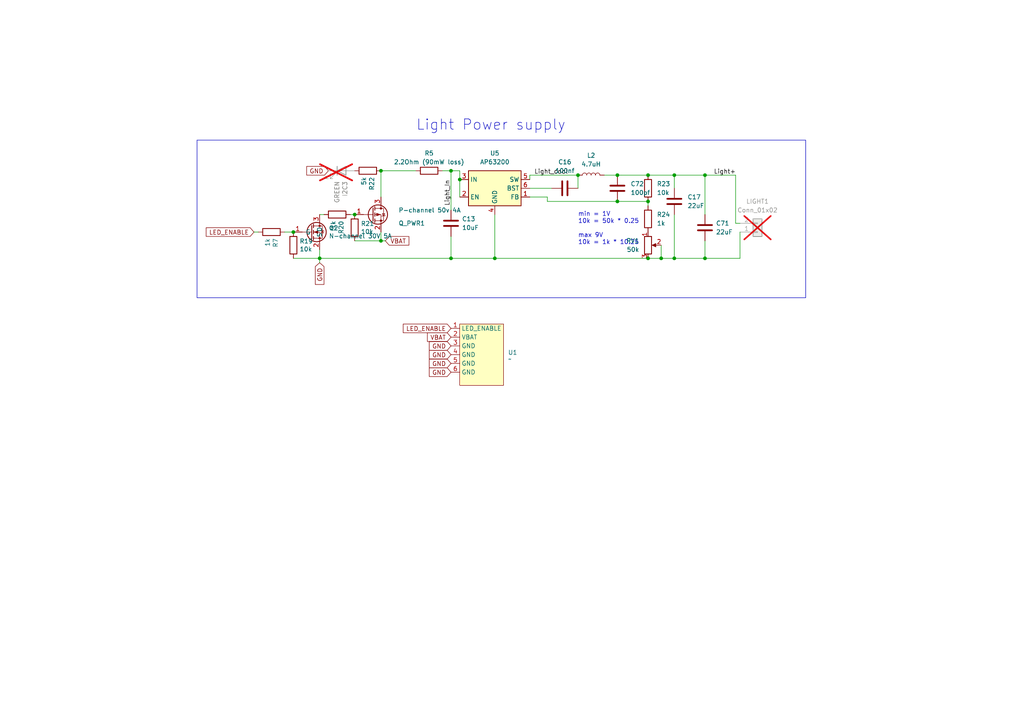
<source format=kicad_sch>
(kicad_sch (version 20250114) (generator "eeschema") (generator_version "9.0")
  (paper "A4")
  (lib_symbols
    (symbol "Connector_Generic:Conn_01x02" (pin_names (offset 1.016) (hide yes))
      (property "Reference" "J" (at 0 2.54 0))
      (property "Value" "Conn_01x02" (at 0 -5.08 0))
      (symbol "Conn_01x02_1_1"
        (rectangle (start -1.27 1.27) (end 1.27 -3.81) (stroke (width 0.254)) (fill (type background)))
        (rectangle (start -1.27 0.127) (end 0 -0.127) (stroke (width 0.1524)))
        (rectangle (start -1.27 -2.413) (end 0 -2.667) (stroke (width 0.1524)))
        (pin passive line (at -5.08 0 0) (length 3.81) (name "Pin_1") (number "1"))
        (pin passive line (at -5.08 -2.54 0) (length 3.81) (name "Pin_2") (number "2"))
      )
    )
    (symbol "Device:C" (pin_numbers (hide yes)) (pin_names (offset 0.254))
      (property "Reference" "C" (at 0.635 2.54 0))
      (property "Value" "C" (at 0.635 -2.54 0))
      (symbol "C_0_1"
        (polyline (pts (xy -2.032 0.762) (xy 2.032 0.762)) (stroke (width 0.508)))
        (polyline (pts (xy -2.032 -0.762) (xy 2.032 -0.762)) (stroke (width 0.508)))
      )
      (symbol "C_1_1"
        (pin passive line (at 0 3.81 270) (length 2.794) (name "~") (number "1"))
        (pin passive line (at 0 -3.81 90) (length 2.794) (name "~") (number "2"))
      )
    )
    (symbol "Device:L" (pin_numbers (hide yes)) (pin_names (offset 1.016) (hide yes))
      (property "Reference" "L" (at -1.27 0 90))
      (property "Value" "L" (at 1.905 0 90))
      (symbol "L_0_1"
        (arc (start 0 2.54) (mid 0.6323 1.905) (end 0 1.27))
        (arc (start 0 1.27) (mid 0.6323 0.635) (end 0 0))
        (arc (start 0 0) (mid 0.6323 -0.635) (end 0 -1.27))
        (arc (start 0 -1.27) (mid 0.6323 -1.905) (end 0 -2.54))
      )
      (symbol "L_1_1"
        (pin passive line (at 0 3.81 270) (length 1.27) (name "1") (number "1"))
        (pin passive line (at 0 -3.81 90) (length 1.27) (name "2") (number "2"))
      )
    )
    (symbol "Device:LED" (pin_numbers (hide yes)) (pin_names (offset 1.016) (hide yes))
      (property "Reference" "D" (at 0 2.54 0))
      (property "Value" "LED" (at 0 -2.54 0))
      (symbol "LED_0_1"
        (polyline (pts (xy -3.048 -0.762) (xy -4.572 -2.286) (xy -3.81 -2.286) (xy -4.572 -2.286) (xy -4.572 -1.524)))
        (polyline (pts (xy -1.778 -0.762) (xy -3.302 -2.286) (xy -2.54 -2.286) (xy -3.302 -2.286) (xy -3.302 -1.524)))
        (polyline (pts (xy -1.27 0) (xy 1.27 0)))
        (polyline (pts (xy -1.27 -1.27) (xy -1.27 1.27)) (stroke (width 0.254)))
        (polyline (pts (xy 1.27 -1.27) (xy 1.27 1.27) (xy -1.27 0) (xy 1.27 -1.27)) (stroke (width 0.254)))
      )
      (symbol "LED_1_1"
        (pin passive line (at -3.81 0 0) (length 2.54) (name "K") (number "1"))
        (pin passive line (at 3.81 0 180) (length 2.54) (name "A") (number "2"))
      )
    )
    (symbol "Device:R" (pin_numbers (hide yes)) (pin_names (offset 0))
      (property "Reference" "R" (at 2.032 0 90))
      (property "Value" "R" (at 0 0 90))
      (symbol "R_0_1"
        (rectangle (start -1.016 -2.54) (end 1.016 2.54) (stroke (width 0.254)))
      )
      (symbol "R_1_1"
        (pin passive line (at 0 3.81 270) (length 1.27) (name "~") (number "1"))
        (pin passive line (at 0 -3.81 90) (length 1.27) (name "~") (number "2"))
      )
    )
    (symbol "Device:R_Potentiometer" (pin_names (offset 1.016) (hide yes))
      (property "Reference" "RV" (at -4.445 0 90))
      (property "Value" "R_Potentiometer" (at -2.54 0 90))
      (symbol "R_Potentiometer_0_1"
        (rectangle (start 1.016 2.54) (end -1.016 -2.54) (stroke (width 0.254)))
        (polyline (pts (xy 1.143 0) (xy 2.286 0.508) (xy 2.286 -0.508) (xy 1.143 0)) (fill (type outline)))
        (polyline (pts (xy 2.54 0) (xy 1.524 0)))
      )
      (symbol "R_Potentiometer_1_1"
        (pin passive line (at 0 3.81 270) (length 1.27) (name "1") (number "1"))
        (pin passive line (at 0 -3.81 90) (length 1.27) (name "3") (number "3"))
        (pin passive line (at 3.81 0 180) (length 1.27) (name "2") (number "2"))
      )
    )
    (symbol "ESP32-DEVKITC-32D:SL2300" (pin_names (offset 1.016))
      (property "Reference" "Q" (at 0 0 0))
      (property "Value" "SL2300" (at 7.62 0 0))
      (symbol "SL2300_1_1"
        (polyline (pts (xy -1.016 1.905) (xy -1.016 -1.905)) (stroke (width 0.254)))
        (polyline (pts (xy -1.016 0) (xy -3.81 0)))
        (polyline (pts (xy -0.508 2.286) (xy -0.508 1.27)) (stroke (width 0.254)))
        (polyline (pts (xy -0.508 0.508) (xy -0.508 -0.508)) (stroke (width 0.254)))
        (polyline (pts (xy -0.508 -1.27) (xy -0.508 -2.286)) (stroke (width 0.254)))
        (polyline (pts (xy -0.508 -1.778) (xy 2.032 -1.778) (xy 2.032 1.778) (xy -0.508 1.778)))
        (polyline (pts (xy -0.254 0) (xy 0.762 0.381) (xy 0.762 -0.381) (xy -0.254 0)) (fill (type outline)))
        (circle (center 0.381 0) (radius 2.794) (stroke (width 0.254)))
        (polyline (pts (xy 1.27 2.54) (xy 1.27 1.778)))
        (circle (center 1.27 1.778) (radius 0.254) (fill (type outline)))
        (circle (center 1.27 -1.778) (radius 0.254) (fill (type outline)))
        (polyline (pts (xy 1.27 -2.54) (xy 1.27 0) (xy -0.508 0)))
        (polyline (pts (xy 1.524 0.508) (xy 1.651 0.381) (xy 2.413 0.381) (xy 2.54 0.254)))
        (polyline (pts (xy 2.032 0.381) (xy 1.651 -0.254) (xy 2.413 -0.254) (xy 2.032 0.381)))
        (pin input line (at -6.35 0 0) (length 2.54) (name "G") (number "1"))
        (pin passive line (at 1.27 5.08 270) (length 2.54) (name "D") (number "3"))
        (pin passive line (at 1.27 -5.08 90) (length 2.54) (name "S") (number "2"))
      )
    )
    (symbol "Modules:LightPowerSupply"
      (property "Reference" "U" (at 0 0 0))
      (symbol "LightPowerSupply_1_1"
        (rectangle (start -6.35 -1.27) (end 6.35 -19.05) (fill (type background)))
        (pin input line (at -8.89 -2.54 0) (length 2.54) (name "LED_ENABLE") (number "1"))
        (pin power_in line (at -8.89 -5.08 0) (length 2.54) (name "VBAT") (number "2"))
        (pin input line (at -8.89 -7.62 0) (length 2.54) (name "GND") (number "3"))
        (pin input line (at -8.89 -10.16 0) (length 2.54) (name "GND") (number "4"))
        (pin input line (at -8.89 -12.7 0) (length 2.54) (name "GND") (number "5"))
        (pin input line (at -8.89 -15.24 0) (length 2.54) (name "GND") (number "6"))
      )
    )
    (symbol "Regulator_Switching:AP63205WU"
      (property "Reference" "U" (at -7.62 6.35 0))
      (property "Value" "AP63205WU" (at 2.54 6.35 0))
      (symbol "AP63205WU_0_1"
        (rectangle (start -7.62 5.08) (end 7.62 -5.08) (stroke (width 0.254)) (fill (type background)))
      )
      (symbol "AP63205WU_1_1"
        (pin power_in line (at -10.16 2.54 0) (length 2.54) (name "IN") (number "3"))
        (pin input line (at -10.16 -2.54 0) (length 2.54) (name "EN") (number "2"))
        (pin power_in line (at 0 -7.62 90) (length 2.54) (name "GND") (number "4"))
        (pin output line (at 10.16 2.54 180) (length 2.54) (name "SW") (number "5"))
        (pin passive line (at 10.16 0 180) (length 2.54) (name "BST") (number "6"))
        (pin input line (at 10.16 -2.54 180) (length 2.54) (name "FB") (number "1"))
      )
    )
    (symbol "Transistor_FET:BSS84" (pin_names (hide yes))
      (property "Reference" "Q" (at 5.08 1.905 0))
      (property "Value" "BSS84" (at 5.08 0 0))
      (symbol "BSS84_0_1"
        (polyline (pts (xy 0.254 1.905) (xy 0.254 -1.905)) (stroke (width 0.254)))
        (polyline (pts (xy 0.254 0) (xy -2.54 0)))
        (polyline (pts (xy 0.762 2.286) (xy 0.762 1.27)) (stroke (width 0.254)))
        (polyline (pts (xy 0.762 1.778) (xy 3.302 1.778) (xy 3.302 -1.778) (xy 0.762 -1.778)))
        (polyline (pts (xy 0.762 0.508) (xy 0.762 -0.508)) (stroke (width 0.254)))
        (polyline (pts (xy 0.762 -1.27) (xy 0.762 -2.286)) (stroke (width 0.254)))
        (circle (center 1.651 0) (radius 2.794) (stroke (width 0.254)))
        (polyline (pts (xy 2.286 0) (xy 1.27 0.381) (xy 1.27 -0.381) (xy 2.286 0)) (fill (type outline)))
        (polyline (pts (xy 2.54 2.54) (xy 2.54 1.778)))
        (circle (center 2.54 1.778) (radius 0.254) (fill (type outline)))
        (circle (center 2.54 -1.778) (radius 0.254) (fill (type outline)))
        (polyline (pts (xy 2.54 -2.54) (xy 2.54 0) (xy 0.762 0)))
        (polyline (pts (xy 2.794 -0.508) (xy 2.921 -0.381) (xy 3.683 -0.381) (xy 3.81 -0.254)))
        (polyline (pts (xy 3.302 -0.381) (xy 2.921 0.254) (xy 3.683 0.254) (xy 3.302 -0.381)))
      )
      (symbol "BSS84_1_1"
        (pin input line (at -5.08 0 0) (length 2.54) (name "G") (number "1"))
        (pin passive line (at 2.54 5.08 270) (length 2.54) (name "D") (number "3"))
        (pin passive line (at 2.54 -5.08 90) (length 2.54) (name "S") (number "2"))
      )
    )
  )
  (rectangle (start 57.15 40.64) (end 233.68 86.36))
  (text "min = 1V\n10k = 50k * 0.25\n\nmax 9V\n10k = 1k * 10.25" (at 167.64 71.12 0) (effects (font (size 1.27 1.27)) (justify left bottom)))
  (text "Light Power supply" (at 120.65 38.1 0) (effects (font (size 3 3)) (justify left bottom)))
  (junction (at 191.77 74.93))
  (junction (at 130.81 49.53))
  (junction (at 187.96 74.93))
  (junction (at 195.58 50.8))
  (junction (at 102.87 62.23))
  (junction (at 130.81 74.93))
  (junction (at 92.71 74.93))
  (junction (at 85.09 67.31))
  (junction (at 167.64 50.8))
  (junction (at 195.58 74.93))
  (junction (at 187.96 50.8))
  (junction (at 179.07 58.42))
  (junction (at 204.47 50.8))
  (junction (at 110.49 49.53))
  (junction (at 110.49 69.85))
  (junction (at 204.47 74.93))
  (junction (at 187.96 58.42))
  (junction (at 133.35 52.07))
  (junction (at 143.51 74.93))
  (junction (at 179.07 50.8))
  (wire (pts (xy 110.49 49.53) (xy 110.49 57.15)))
  (wire (pts (xy 187.96 74.93) (xy 191.77 74.93)))
  (wire (pts (xy 110.49 69.85) (xy 110.49 67.31)))
  (wire (pts (xy 191.77 71.12) (xy 191.77 74.93)))
  (wire (pts (xy 204.47 74.93) (xy 214.63 74.93)))
  (wire (pts (xy 153.67 57.15) (xy 158.75 57.15)))
  (wire (pts (xy 153.67 50.8) (xy 167.64 50.8)))
  (wire (pts (xy 153.67 52.07) (xy 153.67 50.8)))
  (wire (pts (xy 130.81 74.93) (xy 143.51 74.93)))
  (wire (pts (xy 102.87 69.85) (xy 110.49 69.85)))
  (wire (pts (xy 195.58 74.93) (xy 204.47 74.93)))
  (wire (pts (xy 143.51 74.93) (xy 187.96 74.93)))
  (wire (pts (xy 128.27 49.53) (xy 130.81 49.53)))
  (wire (pts (xy 130.81 68.58) (xy 130.81 74.93)))
  (wire (pts (xy 130.81 49.53) (xy 130.81 60.96)))
  (wire (pts (xy 101.6 62.23) (xy 102.87 62.23)))
  (wire (pts (xy 204.47 50.8) (xy 213.36 50.8)))
  (wire (pts (xy 110.49 49.53) (xy 120.65 49.53)))
  (wire (pts (xy 133.35 52.07) (xy 133.35 57.15)))
  (wire (pts (xy 92.71 74.93) (xy 130.81 74.93)))
  (wire (pts (xy 167.64 50.8) (xy 167.64 54.61)))
  (wire (pts (xy 175.26 50.8) (xy 179.07 50.8)))
  (wire (pts (xy 195.58 50.8) (xy 204.47 50.8)))
  (wire (pts (xy 130.81 49.53) (xy 133.35 49.53)))
  (wire (pts (xy 93.98 62.23) (xy 92.71 62.23)))
  (wire (pts (xy 153.67 54.61) (xy 160.02 54.61)))
  (wire (pts (xy 213.36 64.77) (xy 213.36 50.8)))
  (wire (pts (xy 158.75 58.42) (xy 179.07 58.42)))
  (wire (pts (xy 214.63 64.77) (xy 213.36 64.77)))
  (wire (pts (xy 204.47 69.85) (xy 204.47 74.93)))
  (wire (pts (xy 195.58 62.23) (xy 195.58 74.93)))
  (wire (pts (xy 204.47 50.8) (xy 204.47 62.23)))
  (wire (pts (xy 143.51 74.93) (xy 143.51 62.23)))
  (wire (pts (xy 158.75 57.15) (xy 158.75 58.42)))
  (wire (pts (xy 133.35 52.07) (xy 133.35 49.53)))
  (wire (pts (xy 179.07 50.8) (xy 187.96 50.8)))
  (wire (pts (xy 110.49 69.85) (xy 111.76 69.85)))
  (wire (pts (xy 187.96 58.42) (xy 187.96 59.69)))
  (wire (pts (xy 179.07 58.42) (xy 187.96 58.42)))
  (wire (pts (xy 92.71 74.93) (xy 92.71 76.2)))
  (wire (pts (xy 85.09 74.93) (xy 92.71 74.93)))
  (wire (pts (xy 214.63 74.93) (xy 214.63 67.31)))
  (wire (pts (xy 73.66 67.31) (xy 74.93 67.31)))
  (wire (pts (xy 82.55 67.31) (xy 85.09 67.31)))
  (wire (pts (xy 92.71 74.93) (xy 92.71 72.39)))
  (wire (pts (xy 195.58 50.8) (xy 195.58 54.61)))
  (wire (pts (xy 191.77 74.93) (xy 195.58 74.93)))
  (wire (pts (xy 187.96 50.8) (xy 195.58 50.8)))
  (label "Light+" (at 207.01 50.8 0))
  (label "Light_In" (at 130.81 59.69 90))
  (label "Light_cool" (at 154.94 50.8 0))
  (global_label "VBAT" (shape input) (at 130.81 97.79 180) (property "Intersheetrefs" "${INTERSHEET_REFS}" (effects (hide yes))))
  (global_label "GND" (shape input) (at 130.81 107.95 180) (property "Intersheetrefs" "${INTERSHEET_REFS}" (effects (hide yes))))
  (global_label "LED_ENABLE" (shape input) (at 130.81 95.25 180) (property "Intersheetrefs" "${INTERSHEET_REFS}" (effects (hide yes))))
  (global_label "LED_ENABLE" (shape input) (at 73.66 67.31 180) (property "Intersheetrefs" "${INTERSHEET_REFS}" (effects (hide yes))))
  (global_label "VBAT" (shape input) (at 111.76 69.85 0) (property "Intersheetrefs" "${INTERSHEET_REFS}" (effects (hide yes))))
  (global_label "GND" (shape input) (at 130.81 105.41 180) (property "Intersheetrefs" "${INTERSHEET_REFS}" (effects (hide yes))))
  (global_label "GND" (shape input) (at 92.71 76.2 270) (property "Intersheetrefs" "${INTERSHEET_REFS}" (effects (hide yes))))
  (global_label "GND" (shape input) (at 130.81 100.33 180) (property "Intersheetrefs" "${INTERSHEET_REFS}" (effects (hide yes))))
  (global_label "GND" (shape input) (at 130.81 102.87 180) (property "Intersheetrefs" "${INTERSHEET_REFS}" (effects (hide yes))))
  (global_label "GND" (shape input) (at 95.25 49.53 180) (property "Intersheetrefs" "${INTERSHEET_REFS}" (effects (hide yes))))
  (symbol (lib_id "Device:R") (at 187.96 63.5 0) (unit 1)
    (property "Reference" "R24" (at 190.5 62.23 0) (effects (justify left)))
    (property "Value" "1k" (at 190.5 64.77 0) (effects (justify left)))
    (property "Footprint" "Resistor_SMD:R_0603_1608Metric" (effects (hide yes)))
    (property "LCSC_PART_NUMBER" "C95781" (effects (hide yes)))
  )
  (symbol (lib_id "Device:L") (at 171.45 50.8 90) (unit 1)
    (property "Reference" "L2" (at 171.45 45.085 90))
    (property "Value" "4.7uH" (at 171.45 47.625 90))
    (property "Footprint" "Inductor_SMD:L_1210_3225Metric" (effects (hide yes)))
    (property "Datasheet" "http://www.yuden.co.jp/cs/" (effects (hide yes)))
    (property "LCSC_PART_NUMBER" "C520271" (effects (hide yes)))
  )
  (symbol (lib_id "Modules:LightPowerSupply") (at 139.7 92.71 0) (unit 1)
    (property "Reference" "U1" (at 147.32 102.2349 0) (effects (justify left)))
    (property "Value" "~" (at 147.32 104.14 0) (effects (justify left)))
    (property "Footprint" "Modules:LightPower" (effects (hide yes)))
  )
  (symbol (lib_id "Device:C") (at 204.47 66.04 0) (unit 1)
    (property "Reference" "C71" (at 207.645 64.7699 0) (effects (justify left)))
    (property "Value" "22uF" (at 207.645 67.3099 0) (effects (justify left)))
    (property "Footprint" "PCM_Capacitor_SMD_Handsoldering_AKL:C_0805_2012Metric_Pad1.18x1.45mm" (effects (hide yes)))
    (property "LCSC_PART_NUMBER" "C45783" (effects (hide yes)))
  )
  (symbol (lib_id "Device:R") (at 124.46 49.53 90) (unit 1)
    (property "Reference" "R5" (at 124.46 44.45 90))
    (property "Value" "2.2Ohm (90mW loss)" (at 124.46 46.99 90))
    (property "Footprint" "Resistor_SMD:R_0603_1608Metric" (effects (hide yes)))
    (property "LCSC" "C17513" (effects (hide yes)))
    (property "LCSC_PART_NUMBER" "C2930032" (effects (hide yes)))
  )
  (symbol (lib_id "Device:R_Potentiometer") (at 187.96 71.12 0) (unit 1)
    (property "Reference" "RV1" (at 185.42 69.85 0) (effects (justify right)))
    (property "Value" "50k" (at 185.42 72.39 0) (effects (justify right)))
    (property "Footprint" "Potentiometer_THT:Potentiometer_Bourns_3299W_Vertical" (effects (hide yes)))
    (property "LCSC_PART_NUMBER" "C118911" (effects (hide yes)))
  )
  (symbol (lib_id "Device:R") (at 187.96 54.61 0) (unit 1)
    (property "Reference" "R23" (at 190.5 53.34 0) (effects (justify left)))
    (property "Value" "10k" (at 190.5 55.88 0) (effects (justify left)))
    (property "Footprint" "Resistor_SMD:R_0603_1608Metric" (effects (hide yes)))
    (property "LCSC_PART_NUMBER" "C212284" (effects (hide yes)))
  )
  (symbol (lib_id "Device:R") (at 106.68 49.53 270) (unit 1)
    (property "Reference" "R22" (at 107.8484 51.308 0) (effects (justify left)))
    (property "Value" "5k" (at 105.537 51.308 0) (effects (justify left)))
    (property "Footprint" "Resistor_SMD:R_0603_1608Metric" (effects (hide yes)))
    (property "LCSC_PART_NUMBER" "C17590" (effects (hide yes)))
  )
  (symbol (lib_id "Device:R") (at 102.87 66.04 0) (unit 1)
    (property "Reference" "R21" (at 104.648 64.8716 0) (effects (justify left)))
    (property "Value" "10k" (at 104.648 67.183 0) (effects (justify left)))
    (property "Footprint" "Resistor_SMD:R_0603_1608Metric" (effects (hide yes)))
    (property "LCSC_PART_NUMBER" "C212284" (effects (hide yes)))
  )
  (symbol (lib_id "Device:C") (at 130.81 64.77 0) (unit 1)
    (property "Reference" "C13" (at 133.985 63.4999 0) (effects (justify left)))
    (property "Value" "10uF" (at 133.985 66.0399 0) (effects (justify left)))
    (property "Footprint" "PCM_Capacitor_SMD_Handsoldering_AKL:C_1206_3216Metric_Pad1.33x1.80mm" (effects (hide yes)))
    (property "LCSC_PART_NUMBER" "C13585" (effects (hide yes)))
  )
  (symbol (lib_id "ESP32-DEVKITC-32D:SL2300") (at 91.44 67.31 0) (unit 1)
    (property "Reference" "Q2" (at 95.377 66.1416 0) (effects (justify left)))
    (property "Value" "N-channel 30V 5A" (at 95.377 68.453 0) (effects (justify left)))
    (property "Footprint" "PCM_Package_TO_SOT_SMD_AKL:SOT-23" (effects (hide yes)))
    (property "LCSC_PART_NUMBER" "C5364313" (effects (hide yes)))
  )
  (symbol (lib_id "Device:C") (at 163.83 54.61 90) (unit 1)
    (property "Reference" "C16" (at 163.83 46.99 90))
    (property "Value" "100nf" (at 163.83 49.53 90))
    (property "Footprint" "PCM_Capacitor_SMD_Handsoldering_AKL:C_0603_1608Metric_Pad1.08x0.95mm" (effects (hide yes)))
    (property "LCSC_PART_NUMBER" "C49678" (effects (hide yes)))
  )
  (symbol (lib_id "Connector_Generic:Conn_01x02") (at 219.71 67.31 0) (mirror x) (unit 1) (dnp yes)
    (property "Reference" "LIGHT1" (at 219.71 58.42 0))
    (property "Value" "Conn_01x02" (at 219.71 60.96 0))
    (property "Footprint" "Connector_JST:JST_EH_B2B-EH-A_1x02_P2.50mm_Vertical" (effects (hide yes)))
  )
  (symbol (lib_id "Transistor_FET:BSS84") (at 107.95 62.23 0) (unit 1)
    (property "Reference" "Q_PWR1" (at 115.57 64.77 0) (effects (justify left)))
    (property "Value" "P-channel 50v 4A" (at 115.57 60.96 0) (effects (justify left)))
    (property "Footprint" "PCM_Package_TO_SOT_SMD_AKL:SOT-23" (effects (hide yes)))
    (property "Datasheet" "http://assets.nexperia.com/documents/data-sheet/BSS84.pdf" (effects (hide yes)))
    (property "Description" "-0.13A Id, -50V Vds, P-Channel MOSFET, SOT-23" (effects (hide yes)))
    (property "LCSC_PART_NUMBER" "C238680" (effects (hide yes)))
  )
  (symbol (lib_id "Device:C") (at 195.58 58.42 0) (unit 1)
    (property "Reference" "C17" (at 199.39 57.15 0) (effects (justify left)))
    (property "Value" "22uF" (at 199.39 59.69 0) (effects (justify left)))
    (property "Footprint" "PCM_Capacitor_SMD_Handsoldering_AKL:C_0805_2012Metric_Pad1.18x1.45mm" (effects (hide yes)))
    (property "LCSC_PART_NUMBER" "C45783" (effects (hide yes)))
  )
  (symbol (lib_id "Device:LED") (at 99.06 49.53 0) (unit 1) (dnp yes)
    (property "Reference" "I2C3" (at 100.0506 52.5272 90) (effects (justify right)))
    (property "Value" "GREEN" (at 97.7392 52.5272 90) (effects (justify right)))
    (property "Footprint" "LED_SMD:LED_0805_2012Metric" (effects (hide yes)))
    (property "LCSC_PART_NUMBER" "C84256" (effects (hide yes)))
  )
  (symbol (lib_id "Regulator_Switching:AP63205WU") (at 143.51 54.61 0) (unit 1)
    (property "Reference" "U5" (at 143.51 44.45 0))
    (property "Value" "AP63200" (at 143.51 46.99 0))
    (property "Footprint" "Package_TO_SOT_SMD:TSOT-23-6" (effects (hide yes)))
    (property "Datasheet" "https://www.diodes.com/assets/Datasheets/AP63200-AP63201-AP63203-AP63205.pdf" (effects (hide yes)))
    (property "LCSC" "C2071056" (effects (hide yes)))
    (property "LCSC_PART_NUMBER" "C2071868" (effects (hide yes)))
  )
  (symbol (lib_id "Device:C") (at 179.07 54.61 0) (unit 1)
    (property "Reference" "C72" (at 182.88 53.34 0) (effects (justify left)))
    (property "Value" "100pf" (at 182.88 55.88 0) (effects (justify left)))
    (property "Footprint" "PCM_Capacitor_SMD_Handsoldering_AKL:C_0603_1608Metric_Pad1.08x0.95mm" (effects (hide yes)))
    (property "LCSC_PART_NUMBER" "C14665" (effects (hide yes)))
  )
  (symbol (lib_id "Device:R") (at 97.79 62.23 270) (unit 1)
    (property "Reference" "R20" (at 98.9584 64.008 0) (effects (justify left)))
    (property "Value" "1k" (at 96.647 64.008 0) (effects (justify left)))
    (property "Footprint" "Resistor_SMD:R_0603_1608Metric" (effects (hide yes)))
    (property "LCSC_PART_NUMBER" "C95781" (effects (hide yes)))
  )
  (symbol (lib_id "Device:R") (at 85.09 71.12 0) (unit 1)
    (property "Reference" "R19" (at 86.868 69.9516 0) (effects (justify left)))
    (property "Value" "10k" (at 86.868 72.263 0) (effects (justify left)))
    (property "Footprint" "Resistor_SMD:R_0603_1608Metric" (effects (hide yes)))
    (property "LCSC_PART_NUMBER" "C212284" (effects (hide yes)))
  )
  (symbol (lib_id "Device:R") (at 78.74 67.31 270) (unit 1)
    (property "Reference" "R7" (at 79.9084 69.088 0) (effects (justify left)))
    (property "Value" "1k" (at 77.597 69.088 0) (effects (justify left)))
    (property "Footprint" "Resistor_SMD:R_0603_1608Metric" (effects (hide yes)))
    (property "LCSC_PART_NUMBER" "C95781" (effects (hide yes)))
  )
)
</source>
